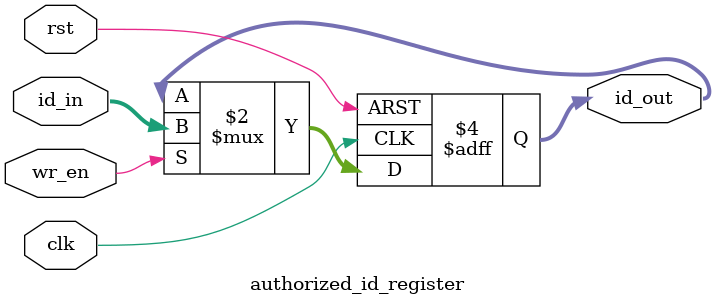
<source format=v>
`timescale 1ns / 1ps
module authorized_id_register (
    input  wire        clk,
    input  wire        rst,
    input  wire        wr_en,
    input  wire [23:0] id_in,
    output reg  [23:0] id_out
);
    always @(posedge clk or posedge rst) begin
        if (rst)
            id_out <= 24'd0;
        else if (wr_en)
            id_out <= id_in;
    end
endmodule
</source>
